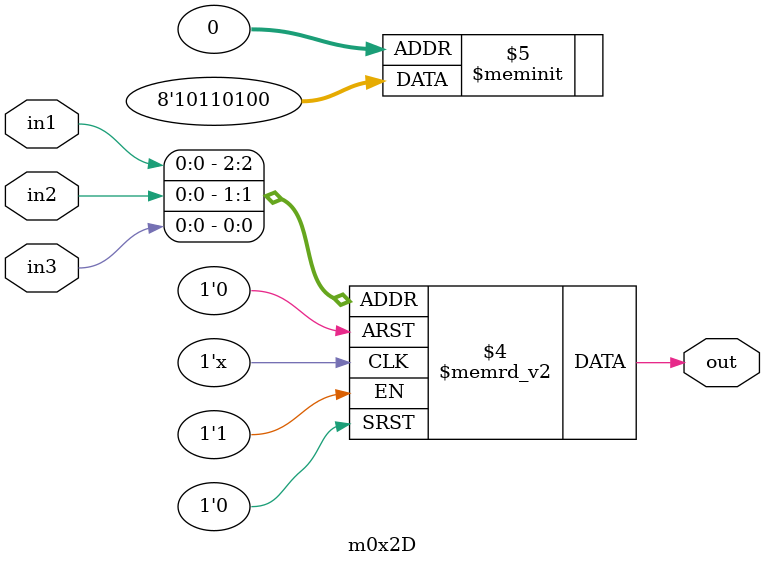
<source format=v>
module m0x2D(output out, input in1, in2, in3);

   always @(in1, in2, in3)
     begin
        case({in1, in2, in3})
          3'b000: {out} = 1'b0;
          3'b001: {out} = 1'b0;
          3'b010: {out} = 1'b1;
          3'b011: {out} = 1'b0;
          3'b100: {out} = 1'b1;
          3'b101: {out} = 1'b1;
          3'b110: {out} = 1'b0;
          3'b111: {out} = 1'b1;
        endcase // case ({in1, in2, in3})
     end // always @ (in1, in2, in3)

endmodule // m0x2D
</source>
